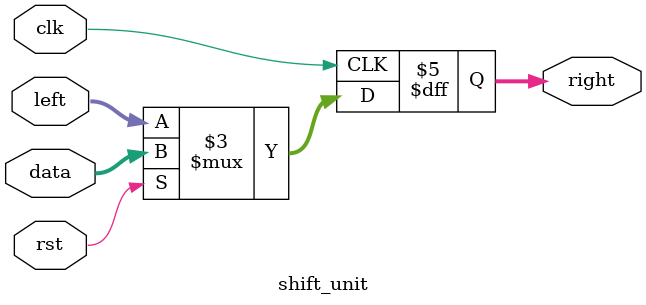
<source format=v>
`timescale 1ns / 1ps
module shift_unit( input[7:0] left, input[7:0] data, input clk, input rst, output reg [7:0] right
    );
	always @(posedge clk)
	begin
		if(rst)
		begin
			right <= data;
		end
		else
		begin
			right <= left;
		end
	end
	


endmodule

</source>
